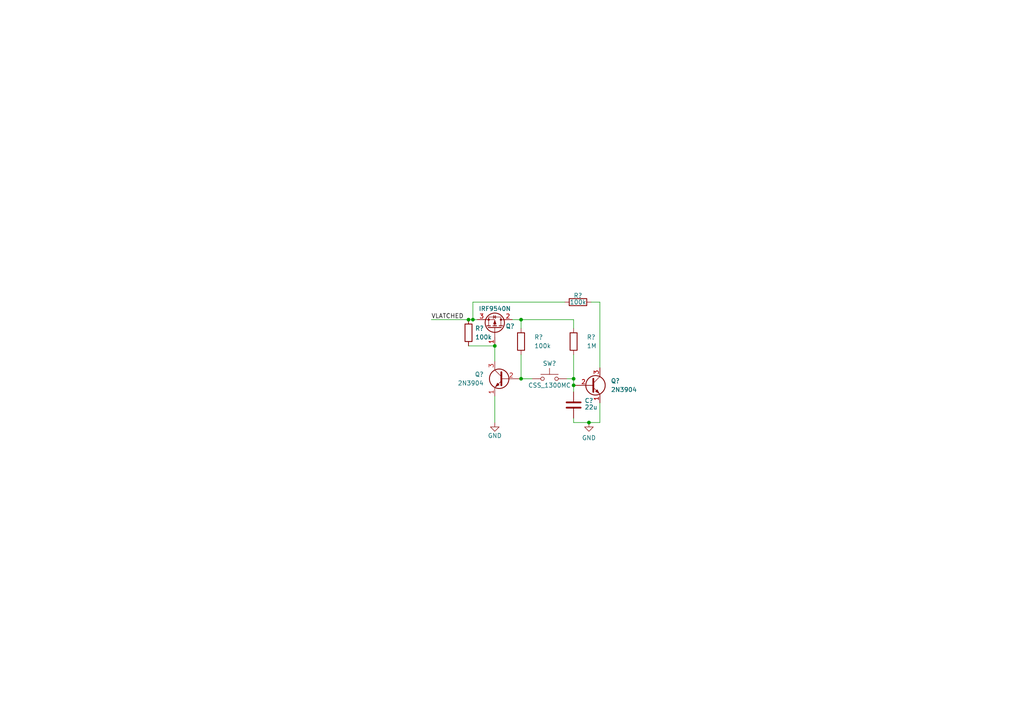
<source format=kicad_sch>
(kicad_sch (version 20210621) (generator eeschema)
  (paper "A4")
  (lib_symbols
    (symbol "Device:C" (pin_numbers hide) (pin_names (offset 0.254))
      (property "Reference" "C" (at 0.635 2.54 0))
      (property "Value" "C" (at 0.635 -2.54 0))
      (symbol "C_0_1"
        (polyline (pts (xy -2.032 -0.762) (xy 2.032 -0.762)) (stroke (width 0.508)))
        (polyline (pts (xy -2.032 0.762) (xy 2.032 0.762)) (stroke (width 0.508)))
      )
      (symbol "C_1_1"
        (pin passive line (at 0 3.81 270) (length 2.794) (name "~") (number "1"))
        (pin passive line (at 0 -3.81 90) (length 2.794) (name "~") (number "2"))
      )
    )
    (symbol "Device:R" (pin_numbers hide) (pin_names (offset 0))
      (property "Reference" "R" (at 2.032 0 90))
      (property "Value" "R" (at 0 0 90))
      (symbol "R_0_1"
        (rectangle (start -1.016 -2.54) (end 1.016 2.54) (stroke (width 0.254)))
      )
      (symbol "R_1_1"
        (pin passive line (at 0 3.81 270) (length 1.27) (name "~") (number "1"))
        (pin passive line (at 0 -3.81 90) (length 1.27) (name "~") (number "2"))
      )
    )
    (symbol "Switch:SW_Push" (pin_numbers hide) (pin_names (offset 1.016) hide)
      (property "Reference" "SW" (at 1.27 2.54 0))
      (property "Value" "SW_Push" (at 0 -1.524 0))
      (symbol "SW_Push_0_1"
        (circle (center -2.032 0) (radius 0.508))
        (polyline (pts (xy 0 1.27) (xy 0 3.048)))
        (polyline (pts (xy 2.54 1.27) (xy -2.54 1.27)))
        (circle (center 2.032 0) (radius 0.508))
        (pin passive line (at -5.08 0 0) (length 2.54) (name "1") (number "1"))
        (pin passive line (at 5.08 0 180) (length 2.54) (name "2") (number "2"))
      )
    )
    (symbol "Transistor_BJT:2N3904" (pin_names (offset 0) hide)
      (property "Reference" "Q" (at 5.08 1.905 0))
      (property "Value" "2N3904" (at 5.08 0 0))
      (symbol "2N3904_0_1"
        (polyline (pts (xy 0.635 0.635) (xy 2.54 2.54)))
        (polyline (pts (xy 0.635 -0.635) (xy 2.54 -2.54) (xy 2.54 -2.54)))
        (polyline (pts (xy 0.635 1.905) (xy 0.635 -1.905) (xy 0.635 -1.905)) (stroke (width 0.508)))
        (polyline (pts (xy 1.27 -1.778) (xy 1.778 -1.27) (xy 2.286 -2.286) (xy 1.27 -1.778) (xy 1.27 -1.778)) (fill (type outline)))
        (circle (center 1.27 0) (radius 2.8194) (stroke (width 0.254)))
      )
      (symbol "2N3904_1_1"
        (pin passive line (at 2.54 -5.08 90) (length 2.54) (name "E") (number "1"))
        (pin passive line (at -5.08 0 0) (length 5.715) (name "B") (number "2"))
        (pin passive line (at 2.54 5.08 270) (length 2.54) (name "C") (number "3"))
      )
    )
    (symbol "Transistor_FET:IRF9540N" (pin_names hide)
      (property "Reference" "Q" (at 5.08 1.905 0))
      (property "Value" "IRF9540N" (at 5.08 0 0))
      (symbol "IRF9540N_0_1"
        (polyline (pts (xy 0.254 0) (xy -2.54 0)))
        (polyline (pts (xy 0.254 1.905) (xy 0.254 -1.905)) (stroke (width 0.254)))
        (polyline (pts (xy 0.762 -1.27) (xy 0.762 -2.286)) (stroke (width 0.254)))
        (polyline (pts (xy 0.762 0.508) (xy 0.762 -0.508)) (stroke (width 0.254)))
        (polyline (pts (xy 0.762 2.286) (xy 0.762 1.27)) (stroke (width 0.254)))
        (polyline (pts (xy 2.54 2.54) (xy 2.54 1.778)))
        (polyline (pts (xy 2.54 -2.54) (xy 2.54 0) (xy 0.762 0)))
        (polyline (pts (xy 0.762 1.778) (xy 3.302 1.778) (xy 3.302 -1.778) (xy 0.762 -1.778)))
        (polyline (pts (xy 2.286 0) (xy 1.27 0.381) (xy 1.27 -0.381) (xy 2.286 0)) (fill (type outline)))
        (polyline (pts (xy 2.794 -0.508) (xy 2.921 -0.381) (xy 3.683 -0.381) (xy 3.81 -0.254)))
        (polyline (pts (xy 3.302 -0.381) (xy 2.921 0.254) (xy 3.683 0.254) (xy 3.302 -0.381)))
        (circle (center 1.651 0) (radius 2.794) (stroke (width 0.254)))
        (circle (center 2.54 -1.778) (radius 0.254) (fill (type outline)))
        (circle (center 2.54 1.778) (radius 0.254) (fill (type outline)))
      )
      (symbol "IRF9540N_1_1"
        (pin input line (at -5.08 0 0) (length 2.54) (name "G") (number "1"))
        (pin passive line (at 2.54 5.08 270) (length 2.54) (name "D") (number "2"))
        (pin passive line (at 2.54 -5.08 90) (length 2.54) (name "S") (number "3"))
      )
    )
    (symbol "power:GND" (power) (pin_names (offset 0))
      (property "Value" "GND" (at 0 -3.81 0))
      (symbol "GND_0_1"
        (polyline (pts (xy 0 0) (xy 0 -1.27) (xy 1.27 -1.27) (xy 0 -2.54) (xy -1.27 -1.27) (xy 0 -1.27)))
      )
      (symbol "GND_1_1"
        (pin power_in line (at 0 0 270) (length 0) hide (name "GND") (number "1"))
      )
    )
  )
  (junction (at 151.13 109.855))
  (junction (at 137.16 92.71))
  (junction (at 166.37 109.855))
  (junction (at 166.37 111.76))
  (junction (at 143.51 100.33))
  (junction (at 170.815 122.555))
  (junction (at 151.13 92.71))
  (junction (at 135.89 92.71))
  (wire (pts (xy 166.37 121.285) (xy 166.37 122.555)))
  (wire (pts (xy 137.16 87.63) (xy 137.16 92.71)))
  (wire (pts (xy 135.89 92.71) (xy 137.16 92.71)))
  (wire (pts (xy 151.13 92.71) (xy 166.37 92.71)))
  (wire (pts (xy 166.37 122.555) (xy 170.815 122.555)))
  (wire (pts (xy 166.37 92.71) (xy 166.37 95.25)))
  (wire (pts (xy 143.51 100.33) (xy 143.51 104.775)))
  (wire (pts (xy 166.37 102.87) (xy 166.37 109.855)))
  (wire (pts (xy 171.45 87.63) (xy 173.99 87.63)))
  (wire (pts (xy 151.13 109.855) (xy 154.305 109.855)))
  (wire (pts (xy 143.51 114.935) (xy 143.51 122.555)))
  (wire (pts (xy 173.99 122.555) (xy 173.99 116.84)))
  (wire (pts (xy 148.59 92.71) (xy 151.13 92.71)))
  (wire (pts (xy 137.16 92.71) (xy 138.43 92.71)))
  (wire (pts (xy 135.89 100.33) (xy 143.51 100.33)))
  (wire (pts (xy 170.815 122.555) (xy 173.99 122.555)))
  (wire (pts (xy 151.13 102.87) (xy 151.13 109.855)))
  (wire (pts (xy 151.13 92.71) (xy 151.13 95.25)))
  (wire (pts (xy 166.37 109.855) (xy 166.37 111.76)))
  (wire (pts (xy 166.37 111.76) (xy 166.37 113.665)))
  (wire (pts (xy 164.465 109.855) (xy 166.37 109.855)))
  (wire (pts (xy 173.99 87.63) (xy 173.99 106.68)))
  (wire (pts (xy 125.095 92.71) (xy 135.89 92.71)))
  (wire (pts (xy 163.83 87.63) (xy 137.16 87.63)))
  (label "VLATCHED" (at 125.095 92.71 0))
  (symbol (lib_id "Device:R") (at 135.89 96.52 0) (unit 1)
    (property "Reference" "R?" (at 137.795 95.25 0) (effects (justify left)))
    (property "Value" "100k" (at 137.795 97.79 0) (effects (justify left)))
  )
  (symbol (lib_id "Device:R") (at 167.64 87.63 270) (unit 1)
    (property "Reference" "R?" (at 167.64 85.725 90))
    (property "Value" "100k" (at 167.64 87.63 90))
  )
  (symbol (lib_id "Device:R") (at 166.37 99.06 0) (unit 1)
    (property "Reference" "R?" (at 170.18 97.79 0) (effects (justify left)))
    (property "Value" "1M" (at 170.18 100.33 0) (effects (justify left)))
  )
  (symbol (lib_id "power:GND") (at 170.815 122.555 0) (unit 1)
    (property "Reference" "#PWR?" (effects hide))
    (property "Value" "GND" (at 170.815 127 0))
  )
  (symbol (lib_id "power:GND") (at 143.51 122.555 0) (unit 1)
    (property "Reference" "#PWR?" (effects hide))
    (property "Value" "GND" (at 143.51 126.365 0))
  )
  (symbol (lib_id "Transistor_FET:IRF9540N") (at 143.51 95.25 270) (mirror x) (unit 1)
    (property "Reference" "Q?" (at 147.955 94.615 90))
    (property "Value" "IRF9540N" (at 143.51 89.535 90))
    (property "Footprint" "Package_TO_SOT_THT:TO-220-3_Vertical" (effects hide))
    (property "Datasheet" "http://www.irf.com/product-info/datasheets/data/irf9540n.pdf" (effects hide))
  )
  (symbol (lib_id "Transistor_BJT:2N3904") (at 171.45 111.76 0) (unit 1)
    (property "Reference" "Q?" (at 177.165 110.49 0) (effects (justify left)))
    (property "Value" "2N3904" (at 177.165 113.03 0) (effects (justify left)))
    (property "Footprint" "Package_TO_SOT_THT:TO-92_Inline" (effects hide))
    (property "Datasheet" "https://www.onsemi.com/pub/Collateral/2N3903-D.PDF" (effects hide))
  )
  (symbol (lib_id "Switch:SW_Push") (at 159.385 109.855 0) (unit 1)
    (property "Reference" "SW?" (at 159.385 105.41 0))
    (property "Value" "CSS_1300MC" (at 159.385 111.76 0))
  )
  (symbol (lib_id "Transistor_BJT:2N3904") (at 146.05 109.855 0) (mirror y) (unit 1)
    (property "Reference" "Q?" (at 140.335 108.585 0) (effects (justify left)))
    (property "Value" "2N3904" (at 140.335 111.125 0) (effects (justify left)))
    (property "Footprint" "Package_TO_SOT_THT:TO-92_Inline" (effects hide))
    (property "Datasheet" "https://www.onsemi.com/pub/Collateral/2N3903-D.PDF" (effects hide))
  )
  (symbol (lib_id "Device:C") (at 166.37 117.475 0) (unit 1)
    (property "Reference" "C?" (at 169.545 116.205 0) (effects (justify left)))
    (property "Value" "22u" (at 169.545 118.11 0) (effects (justify left)))
  )
  (symbol (lib_id "Device:R") (at 151.13 99.06 0) (unit 1)
    (property "Reference" "R?" (at 154.94 97.79 0) (effects (justify left)))
    (property "Value" "100k" (at 154.94 100.33 0) (effects (justify left)))
  )
)
</source>
